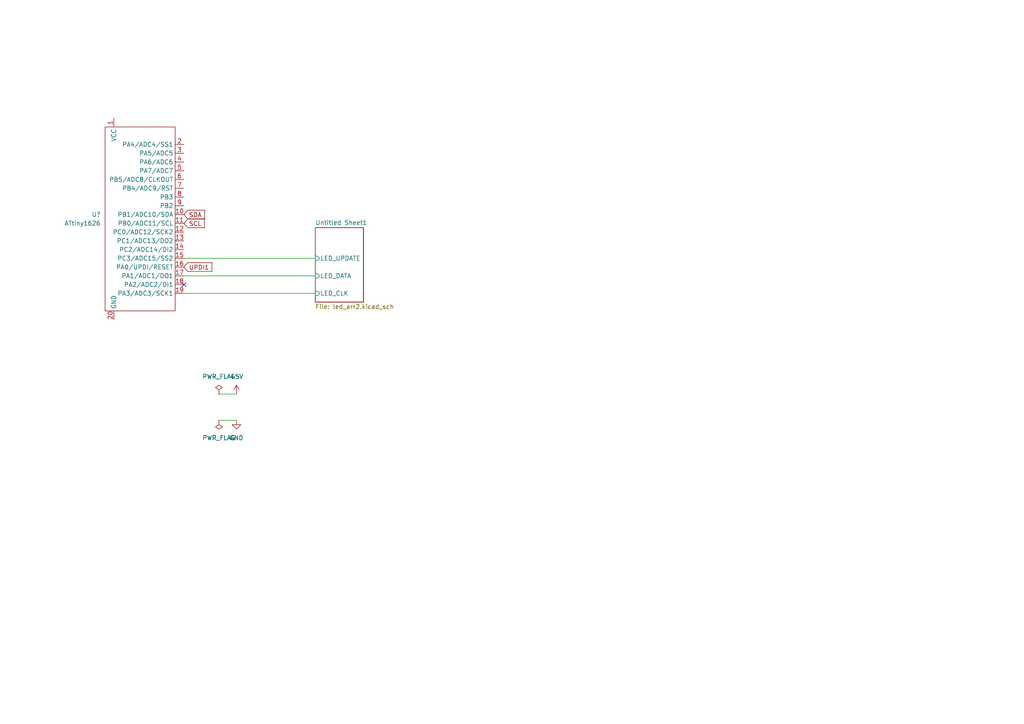
<source format=kicad_sch>
(kicad_sch (version 20211123) (generator eeschema)
  (paper "A4")
  (lib_symbols
    (symbol "3dAudioSym:ATtiny1626"
      (property "Reference" "U1" (at -12.1412 2.1785 0))
      (property "Value" "ATtiny1626" (at -12.1412 -0.5966 0))
      (symbol "ATtiny1626_0_0"
        (pin power_in line (at -8.89 30.48 270) (length 2.54) (name "VCC") (number "1"))
        (pin input line (at 11.43 2.54 180) (length 2.54) (name "PB1/ADC10/SDA") (number "10"))
        (pin input line (at 11.43 0 180) (length 2.54) (name "PB0/ADC11/SCL") (number "11"))
        (pin input line (at 11.43 -2.54 180) (length 2.54) (name "PC0/ADC12/SCK2") (number "12"))
        (pin input line (at 11.43 -5.08 180) (length 2.54) (name "PC1/ADC13/DO2") (number "13"))
        (pin input line (at 11.43 -7.62 180) (length 2.54) (name "PC2/ADC14/DI2") (number "14"))
        (pin input line (at 11.43 -10.16 180) (length 2.54) (name "PC3/ADC15/SS2") (number "15"))
        (pin input line (at 11.43 -12.7 180) (length 2.54) (name "PA0/UPDI/RESET") (number "16"))
        (pin input line (at 11.43 -15.24 180) (length 2.54) (name "PA1/ADC1/DO1") (number "17"))
        (pin input line (at 11.43 -17.78 180) (length 2.54) (name "PA2/ADC2/DI1") (number "18"))
        (pin input line (at 11.43 -20.32 180) (length 2.54) (name "PA3/ADC3/SCK1") (number "19"))
        (pin input line (at 11.43 22.86 180) (length 2.54) (name "PA4/ADC4/SS1") (number "2"))
        (pin power_in line (at -8.89 -27.94 90) (length 2.54) (name "GND") (number "20"))
        (pin input line (at 11.43 20.32 180) (length 2.54) (name "PA5/ADC5") (number "3"))
        (pin input line (at 11.43 17.78 180) (length 2.54) (name "PA6/ADC6") (number "4"))
        (pin input line (at 11.43 15.24 180) (length 2.54) (name "PA7/ADC7") (number "5"))
        (pin input line (at 11.43 12.7 180) (length 2.54) (name "PB5/ADC8/CLKOUT") (number "6"))
        (pin input line (at 11.43 10.16 180) (length 2.54) (name "PB4/ADC9/RST") (number "7"))
        (pin input line (at 11.43 7.62 180) (length 2.54) (name "PB3") (number "8"))
        (pin input line (at 11.43 5.08 180) (length 2.54) (name "PB2") (number "9"))
      )
      (symbol "ATtiny1626_0_1"
        (rectangle (start -11.43 27.94) (end 8.89 -25.4) (stroke (width 0.1524)))
      )
    )
    (symbol "power:+5V" (power) (pin_names (offset 0))
      (property "Value" "+5V" (at 0 3.556 0))
      (symbol "+5V_0_1"
        (polyline (pts (xy -0.762 1.27) (xy 0 2.54)))
        (polyline (pts (xy 0 0) (xy 0 2.54)))
        (polyline (pts (xy 0 2.54) (xy 0.762 1.27)))
      )
      (symbol "+5V_1_1"
        (pin power_in line (at 0 0 90) (length 0) hide (name "+5V") (number "1"))
      )
    )
    (symbol "power:GND" (power) (pin_names (offset 0))
      (property "Value" "GND" (at 0 -3.81 0))
      (symbol "GND_0_1"
        (polyline (pts (xy 0 0) (xy 0 -1.27) (xy 1.27 -1.27) (xy 0 -2.54) (xy -1.27 -1.27) (xy 0 -1.27)))
      )
      (symbol "GND_1_1"
        (pin power_in line (at 0 0 270) (length 0) hide (name "GND") (number "1"))
      )
    )
    (symbol "power:PWR_FLAG" (power) (pin_numbers hide) (pin_names (offset 0) hide)
      (property "Value" "PWR_FLAG" (at 0 3.81 0))
      (symbol "PWR_FLAG_0_0"
        (pin power_out line (at 0 0 90) (length 0) (name "pwr") (number "1"))
      )
      (symbol "PWR_FLAG_0_1"
        (polyline (pts (xy 0 0) (xy 0 1.27) (xy -1.016 1.905) (xy 0 2.54) (xy 1.016 1.905) (xy 0 1.27)))
      )
    )
  )
  (no_connect (at 53.34 82.55))
  (wire (pts (xy 63.5 114.3) (xy 68.58 114.3)))
  (wire (pts (xy 63.5 121.92) (xy 68.58 121.92)))
  (wire (pts (xy 53.34 80.01) (xy 91.44 80.01)))
  (wire (pts (xy 53.34 74.93) (xy 91.44 74.93)))
  (wire (pts (xy 53.34 85.09) (xy 91.44 85.09)))
  (global_label "SCL" (shape input) (at 53.34 64.77 0) (property "Intersheet References" "${INTERSHEET_REFS}" (effects hide)))
  (global_label "UPDI1" (shape input) (at 53.34 77.47 0) (property "Intersheet References" "${INTERSHEET_REFS}" (effects hide)))
  (global_label "SDA" (shape input) (at 53.34 62.23 0) (property "Intersheet References" "${INTERSHEET_REFS}" (effects hide)))
  (symbol (lib_id "power:PWR_FLAG") (at 63.5 121.92 180) (unit 1)
    (property "Reference" "#FLG0102" (effects hide))
    (property "Value" "PWR_FLAG" (at 63.5 127 0))
  )
  (symbol (lib_id "power:GND") (at 68.58 121.92 0) (unit 1)
    (property "Reference" "#PWR0102" (effects hide))
    (property "Value" "GND" (at 68.58 127 0))
  )
  (symbol (lib_id "power:+5V") (at 68.58 114.3 0) (unit 1)
    (property "Reference" "#PWR0101" (effects hide))
    (property "Value" "+5V" (at 68.58 109.22 0))
  )
  (symbol (lib_id "power:PWR_FLAG") (at 63.5 114.3 0) (unit 1)
    (property "Reference" "#FLG0101" (effects hide))
    (property "Value" "PWR_FLAG" (at 63.5 109.22 0))
  )
  (symbol (lib_id "3dAudioSym:ATtiny1626") (at 41.91 64.77 0) (unit 1)
    (property "Reference" "U?" (at 29.21 62.2299 0) (effects (justify right)))
    (property "Value" "ATtiny1626" (at 29.21 64.7699 0) (effects (justify right)))
    (property "Footprint" "attiny1626:SOIC127P1030X265-20N" (effects hide))
  )
  (sheet (at 91.44 66.04) (size 13.97 21.59) (stroke (width 0.1524))
    (property "Sheet name" "Untitled Sheet1" (at 91.44 65.3284 0) (effects (justify left bottom)))
    (property "Sheet file" "led_arr2.kicad_sch" (at 91.44 88.2146 0) (effects (justify left top)))
    (pin "LED_CLK" input (at 91.44 85.09 180))
    (pin "LED_DATA" input (at 91.44 80.01 180))
    (pin "LED_UPDATE" input (at 91.44 74.93 180))
  )
)
</source>
